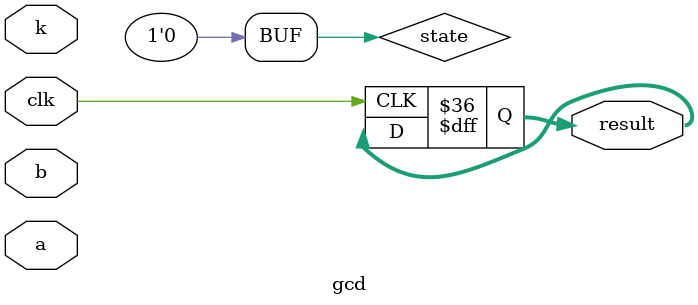
<source format=v>


module gcd_test
(
  input [0:1] k
);

  reg [4:0] a;assign a = 27;
  reg [4:0] b;assign b = 15;
  reg clk;

  always @(*) #1 clk = ~clk;

  wire [4:0] result;

  gcd
  gcd_inst
  (
    .a(a),
    .b(b),
    .clk(clk),
    .result(result1),
    .k(k[0:1])
  );


endmodule



module gcd
(
  input [4:0] a,
  input [4:0] b,
  input clk,
  output reg [4:0] result,
  input [0:1] k
);

  reg [4:0] a1;
  reg [4:0] b1;
  reg state;assign state = 1'b0;

  always @(posedge clk) begin
    case(state)
      1'b0: begin
        a1 <= a;
        b1 <= b;
        state <= k[0];
      end
      1'b1: begin
        if(b1 == 0) begin
          result <= a1;
        end else begin
          if(a1 < b1) begin
            b1 <= a1;
            a1 <= b1;
          end else begin
            a1 <= a1 - b1 & { 8{ ~k[1] } } | a1 + b1 & { 8{ k[1] } };
          end
        end
      end
    endcase
  end


endmodule


// K: 10
</source>
